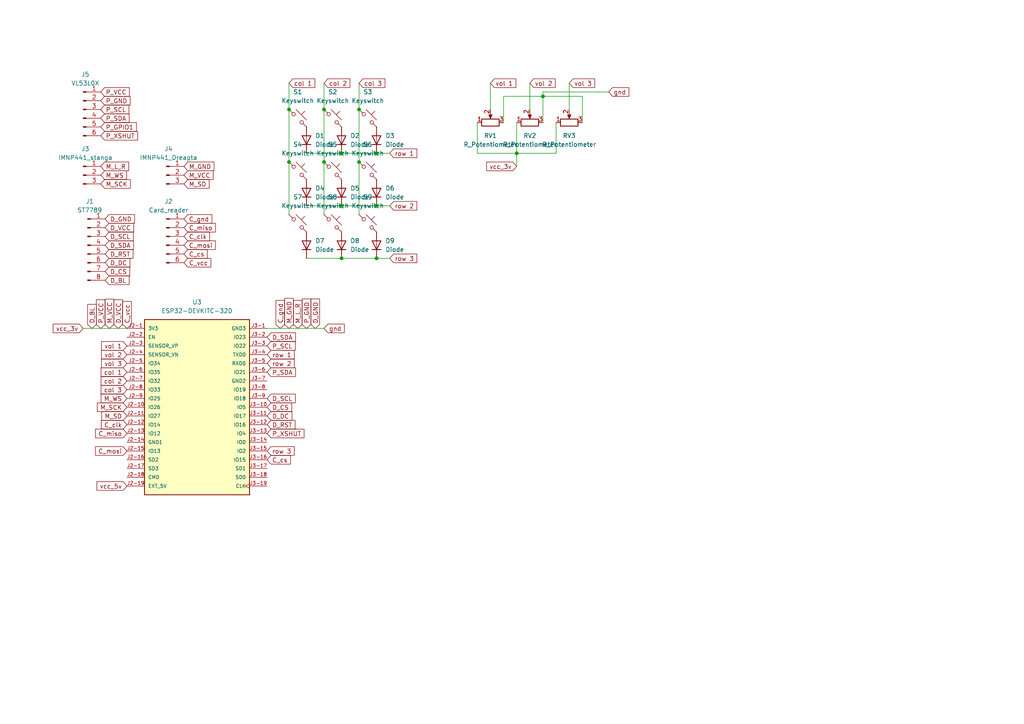
<source format=kicad_sch>
(kicad_sch (version 20231120) (generator "eeschema") (generator_version "8.0")
  (paper "A4")
  (lib_symbols
    (symbol "Connector:Conn_01x03_Pin" (pin_names (offset 1.016) hide)
      (property "Reference" "J" (at 0 5.08 0))
      (property "Value" "Conn_01x03_Pin" (at 0 -5.08 0))
      (symbol "Conn_01x03_Pin_1_1"
        (polyline (pts (xy 1.27 -2.54) (xy 0.8636 -2.54)) (stroke (width 0.1524)))
        (polyline (pts (xy 1.27 0) (xy 0.8636 0)) (stroke (width 0.1524)))
        (polyline (pts (xy 1.27 2.54) (xy 0.8636 2.54)) (stroke (width 0.1524)))
        (rectangle (start 0.8636 -2.413) (end 0 -2.667) (stroke (width 0.1524)) (fill (type outline)))
        (rectangle (start 0.8636 0.127) (end 0 -0.127) (stroke (width 0.1524)) (fill (type outline)))
        (rectangle (start 0.8636 2.667) (end 0 2.413) (stroke (width 0.1524)) (fill (type outline)))
        (pin passive line (at 5.08 2.54 180) (length 3.81) (name "Pin_1") (number "1"))
        (pin passive line (at 5.08 0 180) (length 3.81) (name "Pin_2") (number "2"))
        (pin passive line (at 5.08 -2.54 180) (length 3.81) (name "Pin_3") (number "3"))
      )
    )
    (symbol "Connector:Conn_01x06_Pin" (pin_names (offset 1.016) hide)
      (property "Reference" "J" (at 0 7.62 0))
      (property "Value" "Conn_01x06_Pin" (at 0 -10.16 0))
      (symbol "Conn_01x06_Pin_1_1"
        (polyline (pts (xy 1.27 -7.62) (xy 0.8636 -7.62)) (stroke (width 0.1524)))
        (polyline (pts (xy 1.27 -5.08) (xy 0.8636 -5.08)) (stroke (width 0.1524)))
        (polyline (pts (xy 1.27 -2.54) (xy 0.8636 -2.54)) (stroke (width 0.1524)))
        (polyline (pts (xy 1.27 0) (xy 0.8636 0)) (stroke (width 0.1524)))
        (polyline (pts (xy 1.27 2.54) (xy 0.8636 2.54)) (stroke (width 0.1524)))
        (polyline (pts (xy 1.27 5.08) (xy 0.8636 5.08)) (stroke (width 0.1524)))
        (rectangle (start 0.8636 -7.493) (end 0 -7.747) (stroke (width 0.1524)) (fill (type outline)))
        (rectangle (start 0.8636 -4.953) (end 0 -5.207) (stroke (width 0.1524)) (fill (type outline)))
        (rectangle (start 0.8636 -2.413) (end 0 -2.667) (stroke (width 0.1524)) (fill (type outline)))
        (rectangle (start 0.8636 0.127) (end 0 -0.127) (stroke (width 0.1524)) (fill (type outline)))
        (rectangle (start 0.8636 2.667) (end 0 2.413) (stroke (width 0.1524)) (fill (type outline)))
        (rectangle (start 0.8636 5.207) (end 0 4.953) (stroke (width 0.1524)) (fill (type outline)))
        (pin passive line (at 5.08 5.08 180) (length 3.81) (name "Pin_1") (number "1"))
        (pin passive line (at 5.08 2.54 180) (length 3.81) (name "Pin_2") (number "2"))
        (pin passive line (at 5.08 0 180) (length 3.81) (name "Pin_3") (number "3"))
        (pin passive line (at 5.08 -2.54 180) (length 3.81) (name "Pin_4") (number "4"))
        (pin passive line (at 5.08 -5.08 180) (length 3.81) (name "Pin_5") (number "5"))
        (pin passive line (at 5.08 -7.62 180) (length 3.81) (name "Pin_6") (number "6"))
      )
    )
    (symbol "Connector:Conn_01x08_Pin" (pin_names (offset 1.016) hide)
      (property "Reference" "J" (at 0 10.16 0))
      (property "Value" "Conn_01x08_Pin" (at 0 -12.7 0))
      (symbol "Conn_01x08_Pin_1_1"
        (polyline (pts (xy 1.27 -10.16) (xy 0.8636 -10.16)) (stroke (width 0.1524)))
        (polyline (pts (xy 1.27 -7.62) (xy 0.8636 -7.62)) (stroke (width 0.1524)))
        (polyline (pts (xy 1.27 -5.08) (xy 0.8636 -5.08)) (stroke (width 0.1524)))
        (polyline (pts (xy 1.27 -2.54) (xy 0.8636 -2.54)) (stroke (width 0.1524)))
        (polyline (pts (xy 1.27 0) (xy 0.8636 0)) (stroke (width 0.1524)))
        (polyline (pts (xy 1.27 2.54) (xy 0.8636 2.54)) (stroke (width 0.1524)))
        (polyline (pts (xy 1.27 5.08) (xy 0.8636 5.08)) (stroke (width 0.1524)))
        (polyline (pts (xy 1.27 7.62) (xy 0.8636 7.62)) (stroke (width 0.1524)))
        (rectangle (start 0.8636 -10.033) (end 0 -10.287) (stroke (width 0.1524)) (fill (type outline)))
        (rectangle (start 0.8636 -7.493) (end 0 -7.747) (stroke (width 0.1524)) (fill (type outline)))
        (rectangle (start 0.8636 -4.953) (end 0 -5.207) (stroke (width 0.1524)) (fill (type outline)))
        (rectangle (start 0.8636 -2.413) (end 0 -2.667) (stroke (width 0.1524)) (fill (type outline)))
        (rectangle (start 0.8636 0.127) (end 0 -0.127) (stroke (width 0.1524)) (fill (type outline)))
        (rectangle (start 0.8636 2.667) (end 0 2.413) (stroke (width 0.1524)) (fill (type outline)))
        (rectangle (start 0.8636 5.207) (end 0 4.953) (stroke (width 0.1524)) (fill (type outline)))
        (rectangle (start 0.8636 7.747) (end 0 7.493) (stroke (width 0.1524)) (fill (type outline)))
        (pin passive line (at 5.08 7.62 180) (length 3.81) (name "Pin_1") (number "1"))
        (pin passive line (at 5.08 5.08 180) (length 3.81) (name "Pin_2") (number "2"))
        (pin passive line (at 5.08 2.54 180) (length 3.81) (name "Pin_3") (number "3"))
        (pin passive line (at 5.08 0 180) (length 3.81) (name "Pin_4") (number "4"))
        (pin passive line (at 5.08 -2.54 180) (length 3.81) (name "Pin_5") (number "5"))
        (pin passive line (at 5.08 -5.08 180) (length 3.81) (name "Pin_6") (number "6"))
        (pin passive line (at 5.08 -7.62 180) (length 3.81) (name "Pin_7") (number "7"))
        (pin passive line (at 5.08 -10.16 180) (length 3.81) (name "Pin_8") (number "8"))
      )
    )
    (symbol "Device:R_Potentiometer" (pin_names (offset 1.016) hide)
      (property "Reference" "RV" (at -4.445 0 90))
      (property "Value" "R_Potentiometer" (at -2.54 0 90))
      (symbol "R_Potentiometer_0_1"
        (polyline (pts (xy 2.54 0) (xy 1.524 0)))
        (polyline (pts (xy 1.143 0) (xy 2.286 0.508) (xy 2.286 -0.508) (xy 1.143 0)) (fill (type outline)))
        (rectangle (start 1.016 2.54) (end -1.016 -2.54) (stroke (width 0.254)))
      )
      (symbol "R_Potentiometer_1_1"
        (pin passive line (at 0 3.81 270) (length 1.27) (name "1") (number "1"))
        (pin passive line (at 3.81 0 180) (length 1.27) (name "2") (number "2"))
        (pin passive line (at 0 -3.81 90) (length 1.27) (name "3") (number "3"))
      )
    )
    (symbol "ESP32-DEVKITC-32D:ESP32-DEVKITC-32D" (pin_names (offset 1.016))
      (property "Reference" "U" (at -15.2572 26.0643 0))
      (property "Value" "ESP32-DEVKITC-32D" (at -15.2563 -27.9698 0))
      (symbol "ESP32-DEVKITC-32D_0_0"
        (rectangle (start -15.24 -25.4) (end 15.24 25.4) (stroke (width 0.254)) (fill (type background)))
        (pin power_in line (at -20.32 22.86 0) (length 5.08) (name "3V3") (number "J2-1"))
        (pin bidirectional line (at -20.32 0 0) (length 5.08) (name "IO26") (number "J2-10"))
        (pin bidirectional line (at -20.32 -2.54 0) (length 5.08) (name "IO27") (number "J2-11"))
        (pin bidirectional line (at -20.32 -5.08 0) (length 5.08) (name "IO14") (number "J2-12"))
        (pin bidirectional line (at -20.32 -7.62 0) (length 5.08) (name "IO12") (number "J2-13"))
        (pin power_in line (at -20.32 -10.16 0) (length 5.08) (name "GND1") (number "J2-14"))
        (pin bidirectional line (at -20.32 -12.7 0) (length 5.08) (name "IO13") (number "J2-15"))
        (pin bidirectional line (at -20.32 -15.24 0) (length 5.08) (name "SD2") (number "J2-16"))
        (pin bidirectional line (at -20.32 -17.78 0) (length 5.08) (name "SD3") (number "J2-17"))
        (pin bidirectional line (at -20.32 -20.32 0) (length 5.08) (name "CMD") (number "J2-18"))
        (pin power_in line (at -20.32 -22.86 0) (length 5.08) (name "EXT_5V") (number "J2-19"))
        (pin input line (at -20.32 20.32 0) (length 5.08) (name "EN") (number "J2-2"))
        (pin input line (at -20.32 17.78 0) (length 5.08) (name "SENSOR_VP") (number "J2-3"))
        (pin input line (at -20.32 15.24 0) (length 5.08) (name "SENSOR_VN") (number "J2-4"))
        (pin bidirectional line (at -20.32 12.7 0) (length 5.08) (name "IO34") (number "J2-5"))
        (pin bidirectional line (at -20.32 10.16 0) (length 5.08) (name "IO35") (number "J2-6"))
        (pin bidirectional line (at -20.32 7.62 0) (length 5.08) (name "IO32") (number "J2-7"))
        (pin bidirectional line (at -20.32 5.08 0) (length 5.08) (name "IO33") (number "J2-8"))
        (pin bidirectional line (at -20.32 2.54 0) (length 5.08) (name "IO25") (number "J2-9"))
        (pin power_in line (at 20.32 22.86 180) (length 5.08) (name "GND3") (number "J3-1"))
        (pin bidirectional line (at 20.32 0 180) (length 5.08) (name "IO5") (number "J3-10"))
        (pin bidirectional line (at 20.32 -2.54 180) (length 5.08) (name "IO17") (number "J3-11"))
        (pin bidirectional line (at 20.32 -5.08 180) (length 5.08) (name "IO16") (number "J3-12"))
        (pin bidirectional line (at 20.32 -7.62 180) (length 5.08) (name "IO4") (number "J3-13"))
        (pin bidirectional line (at 20.32 -10.16 180) (length 5.08) (name "IO0") (number "J3-14"))
        (pin bidirectional line (at 20.32 -12.7 180) (length 5.08) (name "IO2") (number "J3-15"))
        (pin bidirectional line (at 20.32 -15.24 180) (length 5.08) (name "IO15") (number "J3-16"))
        (pin bidirectional line (at 20.32 -17.78 180) (length 5.08) (name "SD1") (number "J3-17"))
        (pin bidirectional line (at 20.32 -20.32 180) (length 5.08) (name "SD0") (number "J3-18"))
        (pin input clock (at 20.32 -22.86 180) (length 5.08) (name "CLK") (number "J3-19"))
        (pin bidirectional line (at 20.32 20.32 180) (length 5.08) (name "IO23") (number "J3-2"))
        (pin bidirectional line (at 20.32 17.78 180) (length 5.08) (name "IO22") (number "J3-3"))
        (pin output line (at 20.32 15.24 180) (length 5.08) (name "TXD0") (number "J3-4"))
        (pin input line (at 20.32 12.7 180) (length 5.08) (name "RXD0") (number "J3-5"))
        (pin bidirectional line (at 20.32 10.16 180) (length 5.08) (name "IO21") (number "J3-6"))
        (pin power_in line (at 20.32 7.62 180) (length 5.08) (name "GND2") (number "J3-7"))
        (pin bidirectional line (at 20.32 5.08 180) (length 5.08) (name "IO19") (number "J3-8"))
        (pin bidirectional line (at 20.32 2.54 180) (length 5.08) (name "IO18") (number "J3-9"))
      )
    )
    (symbol "ScottoKeebs:Placeholder_Diode" (pin_numbers hide) (pin_names hide)
      (property "Reference" "D" (at 0 2.54 0))
      (property "Value" "Diode" (at 0 -2.54 0))
      (symbol "Placeholder_Diode_0_1"
        (polyline (pts (xy -1.27 1.27) (xy -1.27 -1.27)) (stroke (width 0.254)))
        (polyline (pts (xy 1.27 0) (xy -1.27 0)))
        (polyline (pts (xy 1.27 1.27) (xy 1.27 -1.27) (xy -1.27 0) (xy 1.27 1.27)) (stroke (width 0.254)))
      )
      (symbol "Placeholder_Diode_1_1"
        (pin passive line (at -3.81 0 0) (length 2.54) (name "K") (number "1"))
        (pin passive line (at 3.81 0 180) (length 2.54) (name "A") (number "2"))
      )
    )
    (symbol "ScottoKeebs:Placeholder_Keyswitch" (pin_numbers hide) (pin_names (offset 1.016) hide)
      (property "Reference" "S" (at 3.048 1.016 0))
      (property "Value" "Keyswitch" (at 0 -3.81 0))
      (symbol "Placeholder_Keyswitch_0_1"
        (circle (center -1.1684 1.1684) (radius 0.508))
        (polyline (pts (xy -0.508 2.54) (xy 2.54 -0.508)))
        (polyline (pts (xy 1.016 1.016) (xy 2.032 2.032)))
        (polyline (pts (xy -2.54 2.54) (xy -1.524 1.524) (xy -1.524 1.524)))
        (polyline (pts (xy 1.524 -1.524) (xy 2.54 -2.54) (xy 2.54 -2.54) (xy 2.54 -2.54)))
        (circle (center 1.143 -1.1938) (radius 0.508))
        (pin passive line (at -2.54 2.54 0) (length 0) (name "1") (number "1"))
        (pin passive line (at 2.54 -2.54 180) (length 0) (name "2") (number "2"))
      )
    )
  )
  (junction (at 109.22 59.69))
  (junction (at 83.82 31.75))
  (junction (at 109.22 74.93))
  (junction (at 83.82 46.99))
  (junction (at 149.86 44.45))
  (junction (at 104.14 31.75))
  (junction (at 99.06 74.93))
  (junction (at 99.06 44.45))
  (junction (at 109.22 44.45))
  (junction (at 104.14 46.99))
  (junction (at 93.98 31.75))
  (junction (at 93.98 46.99))
  (junction (at 99.06 59.69))
  (junction (at 157.48 27.94))
  (wire (pts (xy 146.05 35.56) (xy 146.05 27.94)))
  (wire (pts (xy 99.06 59.69) (xy 109.22 59.69)))
  (wire (pts (xy 88.9 59.69) (xy 99.06 59.69)))
  (wire (pts (xy 157.48 27.94) (xy 168.91 27.94)))
  (wire (pts (xy 77.47 95.25) (xy 93.98 95.25)))
  (wire (pts (xy 113.03 74.93) (xy 109.22 74.93)))
  (wire (pts (xy 161.29 35.56) (xy 161.29 44.45)))
  (wire (pts (xy 138.43 35.56) (xy 138.43 44.45)))
  (wire (pts (xy 93.98 31.75) (xy 93.98 46.99)))
  (wire (pts (xy 149.86 44.45) (xy 149.86 35.56)))
  (wire (pts (xy 93.98 46.99) (xy 93.98 62.23)))
  (wire (pts (xy 83.82 31.75) (xy 83.82 46.99)))
  (wire (pts (xy 104.14 31.75) (xy 104.14 46.99)))
  (wire (pts (xy 157.48 27.94) (xy 157.48 35.56)))
  (wire (pts (xy 113.03 44.45) (xy 109.22 44.45)))
  (wire (pts (xy 149.86 44.45) (xy 161.29 44.45)))
  (wire (pts (xy 88.9 44.45) (xy 99.06 44.45)))
  (wire (pts (xy 99.06 74.93) (xy 109.22 74.93)))
  (wire (pts (xy 83.82 24.13) (xy 83.82 31.75)))
  (wire (pts (xy 153.67 24.13) (xy 153.67 31.75)))
  (wire (pts (xy 88.9 74.93) (xy 99.06 74.93)))
  (wire (pts (xy 165.1 24.13) (xy 165.1 31.75)))
  (wire (pts (xy 99.06 44.45) (xy 109.22 44.45)))
  (wire (pts (xy 93.98 24.13) (xy 93.98 31.75)))
  (wire (pts (xy 83.82 46.99) (xy 83.82 62.23)))
  (wire (pts (xy 138.43 44.45) (xy 149.86 44.45)))
  (wire (pts (xy 168.91 27.94) (xy 168.91 35.56)))
  (wire (pts (xy 104.14 24.13) (xy 104.14 31.75)))
  (wire (pts (xy 142.24 24.13) (xy 142.24 31.75)))
  (wire (pts (xy 149.86 48.26) (xy 149.86 44.45)))
  (wire (pts (xy 113.03 59.69) (xy 109.22 59.69)))
  (wire (pts (xy 104.14 46.99) (xy 104.14 62.23)))
  (wire (pts (xy 157.48 26.67) (xy 157.48 27.94)))
  (wire (pts (xy 24.13 95.25) (xy 36.83 95.25)))
  (wire (pts (xy 176.53 26.67) (xy 157.48 26.67)))
  (wire (pts (xy 146.05 27.94) (xy 157.48 27.94)))
  (global_label "C_miso" (shape input) (at 53.34 66.04 0) (property "Intersheetrefs" "${INTERSHEET_REFS}" (effects (hide yes))))
  (global_label "vcc_5v" (shape input) (at 36.83 140.97 180) (property "Intersheetrefs" "${INTERSHEET_REFS}" (effects (hide yes))))
  (global_label "vcc_3v" (shape input) (at 149.86 48.26 180) (property "Intersheetrefs" "${INTERSHEET_REFS}" (effects (hide yes))))
  (global_label "C_cs" (shape input) (at 77.47 133.35 0) (property "Intersheetrefs" "${INTERSHEET_REFS}" (effects (hide yes))))
  (global_label "D_SDA" (shape input) (at 30.48 71.12 0) (property "Intersheetrefs" "${INTERSHEET_REFS}" (effects (hide yes))))
  (global_label "D_VCC" (shape input) (at 34.29 95.25 90) (property "Intersheetrefs" "${INTERSHEET_REFS}" (effects (hide yes))))
  (global_label "C_clk" (shape input) (at 53.34 68.58 0) (property "Intersheetrefs" "${INTERSHEET_REFS}" (effects (hide yes))))
  (global_label "C_miso" (shape input) (at 36.83 125.73 180) (property "Intersheetrefs" "${INTERSHEET_REFS}" (effects (hide yes))))
  (global_label "D_GND" (shape input) (at 30.48 63.5 0) (property "Intersheetrefs" "${INTERSHEET_REFS}" (effects (hide yes))))
  (global_label "M_L_R" (shape input) (at 86.36 95.25 90) (property "Intersheetrefs" "${INTERSHEET_REFS}" (effects (hide yes))))
  (global_label "gnd" (shape input) (at 176.53 26.67 0) (property "Intersheetrefs" "${INTERSHEET_REFS}" (effects (hide yes))))
  (global_label "D_RST" (shape input) (at 30.48 73.66 0) (property "Intersheetrefs" "${INTERSHEET_REFS}" (effects (hide yes))))
  (global_label "D_BL" (shape input) (at 26.67 95.25 90) (property "Intersheetrefs" "${INTERSHEET_REFS}" (effects (hide yes))))
  (global_label "C_gnd" (shape input) (at 53.34 63.5 0) (property "Intersheetrefs" "${INTERSHEET_REFS}" (effects (hide yes))))
  (global_label "C_vcc" (shape input) (at 36.83 95.25 90) (property "Intersheetrefs" "${INTERSHEET_REFS}" (effects (hide yes))))
  (global_label "M_SD" (shape input) (at 36.83 120.65 180) (property "Intersheetrefs" "${INTERSHEET_REFS}" (effects (hide yes))))
  (global_label "M_WS" (shape input) (at 29.21 50.8 0) (property "Intersheetrefs" "${INTERSHEET_REFS}" (effects (hide yes))))
  (global_label "row 2" (shape input) (at 77.47 105.41 0) (property "Intersheetrefs" "${INTERSHEET_REFS}" (effects (hide yes))))
  (global_label "vol 2" (shape input) (at 36.83 102.87 180) (property "Intersheetrefs" "${INTERSHEET_REFS}" (effects (hide yes))))
  (global_label "vol 1" (shape input) (at 36.83 100.33 180) (property "Intersheetrefs" "${INTERSHEET_REFS}" (effects (hide yes))))
  (global_label "row 2" (shape input) (at 113.03 59.69 0) (property "Intersheetrefs" "${INTERSHEET_REFS}" (effects (hide yes))))
  (global_label "P_SDA" (shape input) (at 29.21 34.29 0) (property "Intersheetrefs" "${INTERSHEET_REFS}" (effects (hide yes))))
  (global_label "D_GND" (shape input) (at 91.44 95.25 90) (property "Intersheetrefs" "${INTERSHEET_REFS}" (effects (hide yes))))
  (global_label "D_SCL" (shape input) (at 30.48 68.58 0) (property "Intersheetrefs" "${INTERSHEET_REFS}" (effects (hide yes))))
  (global_label "P_XSHUT" (shape input) (at 29.21 39.37 0) (property "Intersheetrefs" "${INTERSHEET_REFS}" (effects (hide yes))))
  (global_label "D_SCL" (shape input) (at 77.47 115.57 0) (property "Intersheetrefs" "${INTERSHEET_REFS}" (effects (hide yes))))
  (global_label "P_VCC" (shape input) (at 29.21 26.67 0) (property "Intersheetrefs" "${INTERSHEET_REFS}" (effects (hide yes))))
  (global_label "P_GND" (shape input) (at 88.9 95.25 90) (property "Intersheetrefs" "${INTERSHEET_REFS}" (effects (hide yes))))
  (global_label "col 1" (shape input) (at 83.82 24.13 0) (property "Intersheetrefs" "${INTERSHEET_REFS}" (effects (hide yes))))
  (global_label "M_VCC" (shape input) (at 53.34 50.8 0) (property "Intersheetrefs" "${INTERSHEET_REFS}" (effects (hide yes))))
  (global_label "P_GPIO1" (shape input) (at 29.21 36.83 0) (property "Intersheetrefs" "${INTERSHEET_REFS}" (effects (hide yes))))
  (global_label "C_cs" (shape input) (at 53.34 73.66 0) (property "Intersheetrefs" "${INTERSHEET_REFS}" (effects (hide yes))))
  (global_label "col 2" (shape input) (at 93.98 24.13 0) (property "Intersheetrefs" "${INTERSHEET_REFS}" (effects (hide yes))))
  (global_label "C_mosi" (shape input) (at 36.83 130.81 180) (property "Intersheetrefs" "${INTERSHEET_REFS}" (effects (hide yes))))
  (global_label "P_SCL" (shape input) (at 77.47 100.33 0) (property "Intersheetrefs" "${INTERSHEET_REFS}" (effects (hide yes))))
  (global_label "M_VCC" (shape input) (at 31.75 95.25 90) (property "Intersheetrefs" "${INTERSHEET_REFS}" (effects (hide yes))))
  (global_label "M_SCK" (shape input) (at 29.21 53.34 0) (property "Intersheetrefs" "${INTERSHEET_REFS}" (effects (hide yes))))
  (global_label "col 1" (shape input) (at 36.83 107.95 180) (property "Intersheetrefs" "${INTERSHEET_REFS}" (effects (hide yes))))
  (global_label "D_SDA" (shape input) (at 77.47 97.79 0) (property "Intersheetrefs" "${INTERSHEET_REFS}" (effects (hide yes))))
  (global_label "col 2" (shape input) (at 36.83 110.49 180) (property "Intersheetrefs" "${INTERSHEET_REFS}" (effects (hide yes))))
  (global_label "P_XSHUT" (shape input) (at 77.47 125.73 0) (property "Intersheetrefs" "${INTERSHEET_REFS}" (effects (hide yes))))
  (global_label "M_SCK" (shape input) (at 36.83 118.11 180) (property "Intersheetrefs" "${INTERSHEET_REFS}" (effects (hide yes))))
  (global_label "vol 3" (shape input) (at 165.1 24.13 0) (property "Intersheetrefs" "${INTERSHEET_REFS}" (effects (hide yes))))
  (global_label "M_GND" (shape input) (at 53.34 48.26 0) (property "Intersheetrefs" "${INTERSHEET_REFS}" (effects (hide yes))))
  (global_label "D_VCC" (shape input) (at 30.48 66.04 0) (property "Intersheetrefs" "${INTERSHEET_REFS}" (effects (hide yes))))
  (global_label "D_DC" (shape input) (at 30.48 76.2 0) (property "Intersheetrefs" "${INTERSHEET_REFS}" (effects (hide yes))))
  (global_label "M_WS" (shape input) (at 36.83 115.57 180) (property "Intersheetrefs" "${INTERSHEET_REFS}" (effects (hide yes))))
  (global_label "vol 1" (shape input) (at 142.24 24.13 0) (property "Intersheetrefs" "${INTERSHEET_REFS}" (effects (hide yes))))
  (global_label "gnd" (shape input) (at 93.98 95.25 0) (property "Intersheetrefs" "${INTERSHEET_REFS}" (effects (hide yes))))
  (global_label "C_mosi" (shape input) (at 53.34 71.12 0) (property "Intersheetrefs" "${INTERSHEET_REFS}" (effects (hide yes))))
  (global_label "vol 3" (shape input) (at 36.83 105.41 180) (property "Intersheetrefs" "${INTERSHEET_REFS}" (effects (hide yes))))
  (global_label "C_clk" (shape input) (at 36.83 123.19 180) (property "Intersheetrefs" "${INTERSHEET_REFS}" (effects (hide yes))))
  (global_label "D_CS" (shape input) (at 77.47 118.11 0) (property "Intersheetrefs" "${INTERSHEET_REFS}" (effects (hide yes))))
  (global_label "P_VCC" (shape input) (at 29.21 95.25 90) (property "Intersheetrefs" "${INTERSHEET_REFS}" (effects (hide yes))))
  (global_label "P_GND" (shape input) (at 29.21 29.21 0) (property "Intersheetrefs" "${INTERSHEET_REFS}" (effects (hide yes))))
  (global_label "vol 2" (shape input) (at 153.67 24.13 0) (property "Intersheetrefs" "${INTERSHEET_REFS}" (effects (hide yes))))
  (global_label "row 1" (shape input) (at 113.03 44.45 0) (property "Intersheetrefs" "${INTERSHEET_REFS}" (effects (hide yes))))
  (global_label "vcc_3v" (shape input) (at 24.13 95.25 180) (property "Intersheetrefs" "${INTERSHEET_REFS}" (effects (hide yes))))
  (global_label "M_SD" (shape input) (at 53.34 53.34 0) (property "Intersheetrefs" "${INTERSHEET_REFS}" (effects (hide yes))))
  (global_label "M_L_R" (shape input) (at 29.21 48.26 0) (property "Intersheetrefs" "${INTERSHEET_REFS}" (effects (hide yes))))
  (global_label "D_BL" (shape input) (at 30.48 81.28 0) (property "Intersheetrefs" "${INTERSHEET_REFS}" (effects (hide yes))))
  (global_label "D_CS" (shape input) (at 30.48 78.74 0) (property "Intersheetrefs" "${INTERSHEET_REFS}" (effects (hide yes))))
  (global_label "C_gnd" (shape input) (at 81.28 95.25 90) (property "Intersheetrefs" "${INTERSHEET_REFS}" (effects (hide yes))))
  (global_label "col 3" (shape input) (at 104.14 24.13 0) (property "Intersheetrefs" "${INTERSHEET_REFS}" (effects (hide yes))))
  (global_label "P_SDA" (shape input) (at 77.47 107.95 0) (property "Intersheetrefs" "${INTERSHEET_REFS}" (effects (hide yes))))
  (global_label "P_SCL" (shape input) (at 29.21 31.75 0) (property "Intersheetrefs" "${INTERSHEET_REFS}" (effects (hide yes))))
  (global_label "row 3" (shape input) (at 113.03 74.93 0) (property "Intersheetrefs" "${INTERSHEET_REFS}" (effects (hide yes))))
  (global_label "M_GND" (shape input) (at 83.82 95.25 90) (property "Intersheetrefs" "${INTERSHEET_REFS}" (effects (hide yes))))
  (global_label "D_RST" (shape input) (at 77.47 123.19 0) (property "Intersheetrefs" "${INTERSHEET_REFS}" (effects (hide yes))))
  (global_label "D_DC" (shape input) (at 77.47 120.65 0) (property "Intersheetrefs" "${INTERSHEET_REFS}" (effects (hide yes))))
  (global_label "col 3" (shape input) (at 36.83 113.03 180) (property "Intersheetrefs" "${INTERSHEET_REFS}" (effects (hide yes))))
  (global_label "row 1" (shape input) (at 77.47 102.87 0) (property "Intersheetrefs" "${INTERSHEET_REFS}" (effects (hide yes))))
  (global_label "row 3" (shape input) (at 77.47 130.81 0) (property "Intersheetrefs" "${INTERSHEET_REFS}" (effects (hide yes))))
  (global_label "C_vcc" (shape input) (at 53.34 76.2 0) (property "Intersheetrefs" "${INTERSHEET_REFS}" (effects (hide yes))))
  (symbol (lib_id "ScottoKeebs:Placeholder_Diode") (at 99.06 71.12 90) (unit 1)
    (property "Reference" "D8" (at 101.6 69.8499 90) (effects (justify right)))
    (property "Value" "Diode" (at 101.6 72.3899 90) (effects (justify right)))
    (property "Footprint" "ScottoKeebs_Scotto:DO-35" (effects (hide yes)))
    (property "Description" "1N4148 (DO-35) or 1N4148W (SOD-123)" (effects (hide yes)))
    (property "Sim.Device" "D" (effects (hide yes)))
    (property "Sim.Pins" "1=K 2=A" (effects (hide yes)))
  )
  (symbol (lib_id "Connector:Conn_01x06_Pin") (at 24.13 31.75 0) (unit 1)
    (property "Reference" "J5" (at 24.765 21.59 0))
    (property "Value" "VL53L0X" (at 24.765 24.13 0))
    (property "Footprint" "Connector_PinHeader_2.54mm:PinHeader_1x06_P2.54mm_Vertical" (effects (hide yes)))
    (property "Description" "Generic connector, single row, 01x06, script generated" (effects (hide yes)))
  )
  (symbol (lib_id "Connector:Conn_01x03_Pin") (at 48.26 50.8 0) (unit 1)
    (property "Reference" "J4" (at 48.895 43.18 0))
    (property "Value" "IMNP441_Dreapta" (at 48.895 45.72 0))
    (property "Footprint" "Connector_PinHeader_2.54mm:PinHeader_1x03_P2.54mm_Vertical" (effects (hide yes)))
    (property "Description" "Generic connector, single row, 01x03, script generated" (effects (hide yes)))
  )
  (symbol (lib_id "ScottoKeebs:Placeholder_Diode") (at 109.22 40.64 90) (unit 1)
    (property "Reference" "D3" (at 111.76 39.3699 90) (effects (justify right)))
    (property "Value" "Diode" (at 111.76 41.9099 90) (effects (justify right)))
    (property "Footprint" "ScottoKeebs_Scotto:DO-35" (effects (hide yes)))
    (property "Description" "1N4148 (DO-35) or 1N4148W (SOD-123)" (effects (hide yes)))
    (property "Sim.Device" "D" (effects (hide yes)))
    (property "Sim.Pins" "1=K 2=A" (effects (hide yes)))
  )
  (symbol (lib_id "ScottoKeebs:Placeholder_Keyswitch") (at 86.36 34.29 0) (unit 1)
    (property "Reference" "S1" (at 86.36 26.67 0))
    (property "Value" "Keyswitch" (at 86.36 29.21 0))
    (property "Footprint" "ScottoKeebs_MX:MX_PCB_1.00u" (effects (hide yes)))
    (property "Description" "Push button switch, normally open, two pins, 45° tilted" (effects (hide yes)))
  )
  (symbol (lib_id "Device:R_Potentiometer") (at 153.67 35.56 90) (unit 1)
    (property "Reference" "RV2" (at 153.67 39.37 90))
    (property "Value" "R_Potentiometer" (at 153.67 41.91 90))
    (property "Footprint" "Potentiometer_THT:Potentiometer_Alpha_RD901F-40-00D_Single_Vertical" (effects (hide yes)))
    (property "Description" "Potentiometer" (effects (hide yes)))
  )
  (symbol (lib_id "ScottoKeebs:Placeholder_Diode") (at 109.22 55.88 90) (unit 1)
    (property "Reference" "D6" (at 111.76 54.6099 90) (effects (justify right)))
    (property "Value" "Diode" (at 111.76 57.1499 90) (effects (justify right)))
    (property "Footprint" "ScottoKeebs_Scotto:DO-35" (effects (hide yes)))
    (property "Description" "1N4148 (DO-35) or 1N4148W (SOD-123)" (effects (hide yes)))
    (property "Sim.Device" "D" (effects (hide yes)))
    (property "Sim.Pins" "1=K 2=A" (effects (hide yes)))
  )
  (symbol (lib_id "ScottoKeebs:Placeholder_Diode") (at 109.22 71.12 90) (unit 1)
    (property "Reference" "D9" (at 111.76 69.8499 90) (effects (justify right)))
    (property "Value" "Diode" (at 111.76 72.3899 90) (effects (justify right)))
    (property "Footprint" "ScottoKeebs_Scotto:DO-35" (effects (hide yes)))
    (property "Description" "1N4148 (DO-35) or 1N4148W (SOD-123)" (effects (hide yes)))
    (property "Sim.Device" "D" (effects (hide yes)))
    (property "Sim.Pins" "1=K 2=A" (effects (hide yes)))
  )
  (symbol (lib_id "ScottoKeebs:Placeholder_Diode") (at 88.9 40.64 90) (unit 1)
    (property "Reference" "D1" (at 91.44 39.3699 90) (effects (justify right)))
    (property "Value" "Diode" (at 91.44 41.9099 90) (effects (justify right)))
    (property "Footprint" "ScottoKeebs_Scotto:DO-35" (effects (hide yes)))
    (property "Description" "1N4148 (DO-35) or 1N4148W (SOD-123)" (effects (hide yes)))
    (property "Sim.Device" "D" (effects (hide yes)))
    (property "Sim.Pins" "1=K 2=A" (effects (hide yes)))
  )
  (symbol (lib_id "Connector:Conn_01x08_Pin") (at 25.4 71.12 0) (unit 1)
    (property "Reference" "J1" (at 26.035 58.42 0))
    (property "Value" "ST7789" (at 26.035 60.96 0))
    (property "Footprint" "Connector_PinHeader_2.54mm:PinHeader_1x08_P2.54mm_Vertical" (effects (hide yes)))
    (property "Description" "Generic connector, single row, 01x08, script generated" (effects (hide yes)))
  )
  (symbol (lib_id "Device:R_Potentiometer") (at 165.1 35.56 90) (unit 1)
    (property "Reference" "RV3" (at 165.1 39.37 90))
    (property "Value" "R_Potentiometer" (at 165.1 41.91 90))
    (property "Footprint" "Potentiometer_THT:Potentiometer_Alpha_RD901F-40-00D_Single_Vertical" (effects (hide yes)))
    (property "Description" "Potentiometer" (effects (hide yes)))
  )
  (symbol (lib_id "ScottoKeebs:Placeholder_Keyswitch") (at 106.68 64.77 0) (unit 1)
    (property "Reference" "S9" (at 106.68 57.15 0))
    (property "Value" "Keyswitch" (at 106.68 59.69 0))
    (property "Footprint" "ScottoKeebs_MX:MX_PCB_1.00u" (effects (hide yes)))
    (property "Description" "Push button switch, normally open, two pins, 45° tilted" (effects (hide yes)))
  )
  (symbol (lib_id "ScottoKeebs:Placeholder_Keyswitch") (at 106.68 49.53 0) (unit 1)
    (property "Reference" "S6" (at 106.68 41.91 0))
    (property "Value" "Keyswitch" (at 106.68 44.45 0))
    (property "Footprint" "ScottoKeebs_MX:MX_PCB_1.00u" (effects (hide yes)))
    (property "Description" "Push button switch, normally open, two pins, 45° tilted" (effects (hide yes)))
  )
  (symbol (lib_id "ScottoKeebs:Placeholder_Keyswitch") (at 86.36 64.77 0) (unit 1)
    (property "Reference" "S7" (at 86.36 57.15 0))
    (property "Value" "Keyswitch" (at 86.36 59.69 0))
    (property "Footprint" "ScottoKeebs_MX:MX_PCB_1.00u" (effects (hide yes)))
    (property "Description" "Push button switch, normally open, two pins, 45° tilted" (effects (hide yes)))
  )
  (symbol (lib_id "Connector:Conn_01x06_Pin") (at 48.26 68.58 0) (unit 1)
    (property "Reference" "J2" (at 48.895 58.42 0))
    (property "Value" "Card_reader" (at 48.895 60.96 0))
    (property "Footprint" "Connector_PinHeader_2.54mm:PinHeader_1x06_P2.54mm_Vertical" (effects (hide yes)))
    (property "Description" "Generic connector, single row, 01x06, script generated" (effects (hide yes)))
  )
  (symbol (lib_id "Device:R_Potentiometer") (at 142.24 35.56 90) (unit 1)
    (property "Reference" "RV1" (at 142.24 39.37 90))
    (property "Value" "R_Potentiometer" (at 142.24 41.91 90))
    (property "Footprint" "Potentiometer_THT:Potentiometer_Alpha_RD901F-40-00D_Single_Vertical" (effects (hide yes)))
    (property "Description" "Potentiometer" (effects (hide yes)))
  )
  (symbol (lib_id "Connector:Conn_01x03_Pin") (at 24.13 50.8 0) (unit 1)
    (property "Reference" "J3" (at 24.765 43.18 0))
    (property "Value" "IMNP441_stanga" (at 24.765 45.72 0))
    (property "Footprint" "Connector_PinHeader_2.54mm:PinHeader_1x03_P2.54mm_Vertical" (effects (hide yes)))
    (property "Description" "Generic connector, single row, 01x03, script generated" (effects (hide yes)))
  )
  (symbol (lib_id "ScottoKeebs:Placeholder_Keyswitch") (at 86.36 49.53 0) (unit 1)
    (property "Reference" "S4" (at 86.36 41.91 0))
    (property "Value" "Keyswitch" (at 86.36 44.45 0))
    (property "Footprint" "ScottoKeebs_MX:MX_PCB_1.00u" (effects (hide yes)))
    (property "Description" "Push button switch, normally open, two pins, 45° tilted" (effects (hide yes)))
  )
  (symbol (lib_id "ScottoKeebs:Placeholder_Keyswitch") (at 96.52 49.53 0) (unit 1)
    (property "Reference" "S5" (at 96.52 41.91 0))
    (property "Value" "Keyswitch" (at 96.52 44.45 0))
    (property "Footprint" "ScottoKeebs_MX:MX_PCB_1.00u" (effects (hide yes)))
    (property "Description" "Push button switch, normally open, two pins, 45° tilted" (effects (hide yes)))
  )
  (symbol (lib_id "ScottoKeebs:Placeholder_Diode") (at 88.9 55.88 90) (unit 1)
    (property "Reference" "D4" (at 91.44 54.6099 90) (effects (justify right)))
    (property "Value" "Diode" (at 91.44 57.1499 90) (effects (justify right)))
    (property "Footprint" "ScottoKeebs_Scotto:DO-35" (effects (hide yes)))
    (property "Description" "1N4148 (DO-35) or 1N4148W (SOD-123)" (effects (hide yes)))
    (property "Sim.Device" "D" (effects (hide yes)))
    (property "Sim.Pins" "1=K 2=A" (effects (hide yes)))
  )
  (symbol (lib_id "ScottoKeebs:Placeholder_Diode") (at 88.9 71.12 90) (unit 1)
    (property "Reference" "D7" (at 91.44 69.8499 90) (effects (justify right)))
    (property "Value" "Diode" (at 91.44 72.3899 90) (effects (justify right)))
    (property "Footprint" "ScottoKeebs_Scotto:DO-35" (effects (hide yes)))
    (property "Description" "1N4148 (DO-35) or 1N4148W (SOD-123)" (effects (hide yes)))
    (property "Sim.Device" "D" (effects (hide yes)))
    (property "Sim.Pins" "1=K 2=A" (effects (hide yes)))
  )
  (symbol (lib_id "ScottoKeebs:Placeholder_Keyswitch") (at 96.52 34.29 0) (unit 1)
    (property "Reference" "S2" (at 96.52 26.67 0))
    (property "Value" "Keyswitch" (at 96.52 29.21 0))
    (property "Footprint" "ScottoKeebs_MX:MX_PCB_1.00u" (effects (hide yes)))
    (property "Description" "Push button switch, normally open, two pins, 45° tilted" (effects (hide yes)))
  )
  (symbol (lib_id "ScottoKeebs:Placeholder_Keyswitch") (at 96.52 64.77 0) (unit 1)
    (property "Reference" "S8" (at 96.52 57.15 0))
    (property "Value" "Keyswitch" (at 96.52 59.69 0))
    (property "Footprint" "ScottoKeebs_MX:MX_PCB_1.00u" (effects (hide yes)))
    (property "Description" "Push button switch, normally open, two pins, 45° tilted" (effects (hide yes)))
  )
  (symbol (lib_id "ScottoKeebs:Placeholder_Diode") (at 99.06 40.64 90) (unit 1)
    (property "Reference" "D2" (at 101.6 39.3699 90) (effects (justify right)))
    (property "Value" "Diode" (at 101.6 41.9099 90) (effects (justify right)))
    (property "Footprint" "ScottoKeebs_Scotto:DO-35" (effects (hide yes)))
    (property "Description" "1N4148 (DO-35) or 1N4148W (SOD-123)" (effects (hide yes)))
    (property "Sim.Device" "D" (effects (hide yes)))
    (property "Sim.Pins" "1=K 2=A" (effects (hide yes)))
  )
  (symbol (lib_id "ScottoKeebs:Placeholder_Diode") (at 99.06 55.88 90) (unit 1)
    (property "Reference" "D5" (at 101.6 54.6099 90) (effects (justify right)))
    (property "Value" "Diode" (at 101.6 57.1499 90) (effects (justify right)))
    (property "Footprint" "ScottoKeebs_Scotto:DO-35" (effects (hide yes)))
    (property "Description" "1N4148 (DO-35) or 1N4148W (SOD-123)" (effects (hide yes)))
    (property "Sim.Device" "D" (effects (hide yes)))
    (property "Sim.Pins" "1=K 2=A" (effects (hide yes)))
  )
  (symbol (lib_id "ScottoKeebs:Placeholder_Keyswitch") (at 106.68 34.29 0) (unit 1)
    (property "Reference" "S3" (at 106.68 26.67 0))
    (property "Value" "Keyswitch" (at 106.68 29.21 0))
    (property "Footprint" "ScottoKeebs_MX:MX_PCB_1.00u" (effects (hide yes)))
    (property "Description" "Push button switch, normally open, two pins, 45° tilted" (effects (hide yes)))
  )
  (symbol (lib_id "ESP32-DEVKITC-32D:ESP32-DEVKITC-32D") (at 57.15 118.11 0) (unit 1)
    (property "Reference" "U3" (at 57.15 87.63 0))
    (property "Value" "ESP32-DEVKITC-32D" (at 57.15 90.17 0))
    (property "Footprint" "ESP32-DEVKITC-32D:MODULE_ESP32-DEVKITC-32D" (effects (hide yes)))
    (property "MF" "Espressif Systems" (effects (hide yes)))
    (property "MAXIMUM_PACKAGE_HEIGHT" "N/A" (effects (hide yes)))
    (property "Package" "None" (effects (hide yes)))
    (property "Price" "None" (effects (hide yes)))
    (property "Check_prices" "https://www.snapeda.com/parts/ESP32-DEVKITC-32D/Espressif+Systems/view-part/?ref=eda" (effects (hide yes)))
    (property "STANDARD" "Manufacturer Recommendations" (effects (hide yes)))
    (property "PARTREV" "V4" (effects (hide yes)))
    (property "SnapEDA_Link" "https://www.snapeda.com/parts/ESP32-DEVKITC-32D/Espressif+Systems/view-part/?ref=snap" (effects (hide yes)))
    (property "MP" "ESP32-DEVKITC-32D" (effects (hide yes)))
    (property "Description_1" "\nWiFi Development Tools (802.11) ESP32 General Development Kit, ESP32-WROOM-32D on the board\n" (effects (hide yes)))
    (property "MANUFACTURER" "Espressif Systems" (effects (hide yes)))
    (property "Availability" "In Stock" (effects (hide yes)))
    (property "SNAPEDA_PN" "ESP32-DEVKITC-32D" (effects (hide yes)))
  )
)
</source>
